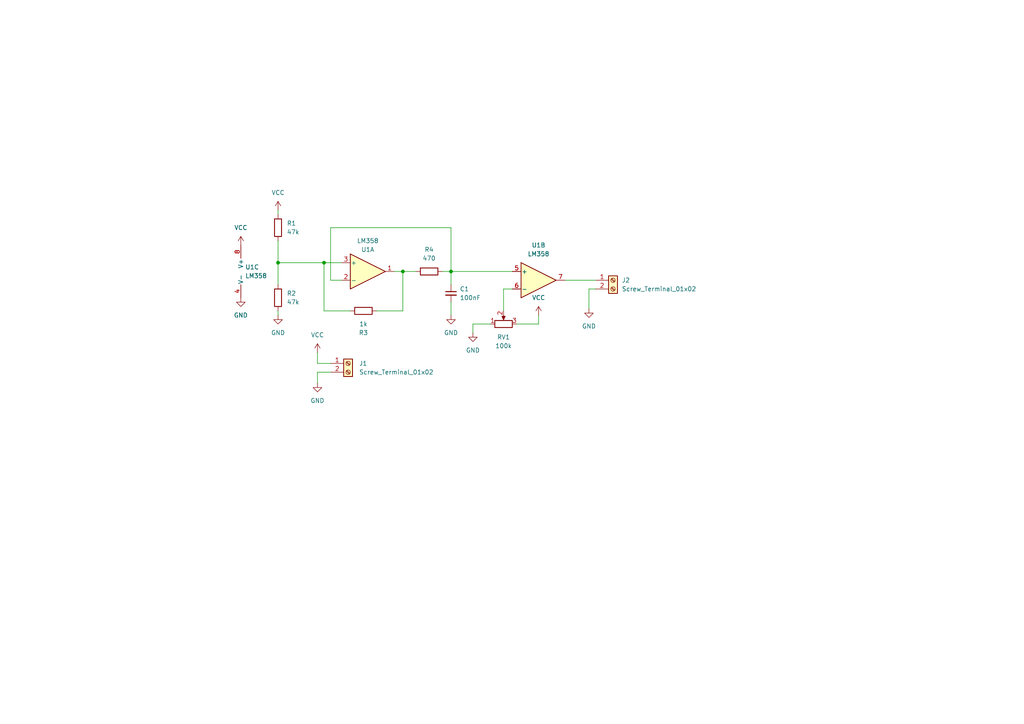
<source format=kicad_sch>
(kicad_sch (version 20211123) (generator eeschema)

  (uuid e63e39d7-6ac0-4ffd-8aa3-1841a4541b55)

  (paper "A4")

  (lib_symbols
    (symbol "Amplifier_Operational:LM358" (pin_names (offset 0.127)) (in_bom yes) (on_board yes)
      (property "Reference" "U" (id 0) (at 0 5.08 0)
        (effects (font (size 1.27 1.27)) (justify left))
      )
      (property "Value" "LM358" (id 1) (at 0 -5.08 0)
        (effects (font (size 1.27 1.27)) (justify left))
      )
      (property "Footprint" "" (id 2) (at 0 0 0)
        (effects (font (size 1.27 1.27)) hide)
      )
      (property "Datasheet" "http://www.ti.com/lit/ds/symlink/lm2904-n.pdf" (id 3) (at 0 0 0)
        (effects (font (size 1.27 1.27)) hide)
      )
      (property "ki_locked" "" (id 4) (at 0 0 0)
        (effects (font (size 1.27 1.27)))
      )
      (property "ki_keywords" "dual opamp" (id 5) (at 0 0 0)
        (effects (font (size 1.27 1.27)) hide)
      )
      (property "ki_description" "Low-Power, Dual Operational Amplifiers, DIP-8/SOIC-8/TO-99-8" (id 6) (at 0 0 0)
        (effects (font (size 1.27 1.27)) hide)
      )
      (property "ki_fp_filters" "SOIC*3.9x4.9mm*P1.27mm* DIP*W7.62mm* TO*99* OnSemi*Micro8* TSSOP*3x3mm*P0.65mm* TSSOP*4.4x3mm*P0.65mm* MSOP*3x3mm*P0.65mm* SSOP*3.9x4.9mm*P0.635mm* LFCSP*2x2mm*P0.5mm* *SIP* SOIC*5.3x6.2mm*P1.27mm*" (id 7) (at 0 0 0)
        (effects (font (size 1.27 1.27)) hide)
      )
      (symbol "LM358_1_1"
        (polyline
          (pts
            (xy -5.08 5.08)
            (xy 5.08 0)
            (xy -5.08 -5.08)
            (xy -5.08 5.08)
          )
          (stroke (width 0.254) (type default) (color 0 0 0 0))
          (fill (type background))
        )
        (pin output line (at 7.62 0 180) (length 2.54)
          (name "~" (effects (font (size 1.27 1.27))))
          (number "1" (effects (font (size 1.27 1.27))))
        )
        (pin input line (at -7.62 -2.54 0) (length 2.54)
          (name "-" (effects (font (size 1.27 1.27))))
          (number "2" (effects (font (size 1.27 1.27))))
        )
        (pin input line (at -7.62 2.54 0) (length 2.54)
          (name "+" (effects (font (size 1.27 1.27))))
          (number "3" (effects (font (size 1.27 1.27))))
        )
      )
      (symbol "LM358_2_1"
        (polyline
          (pts
            (xy -5.08 5.08)
            (xy 5.08 0)
            (xy -5.08 -5.08)
            (xy -5.08 5.08)
          )
          (stroke (width 0.254) (type default) (color 0 0 0 0))
          (fill (type background))
        )
        (pin input line (at -7.62 2.54 0) (length 2.54)
          (name "+" (effects (font (size 1.27 1.27))))
          (number "5" (effects (font (size 1.27 1.27))))
        )
        (pin input line (at -7.62 -2.54 0) (length 2.54)
          (name "-" (effects (font (size 1.27 1.27))))
          (number "6" (effects (font (size 1.27 1.27))))
        )
        (pin output line (at 7.62 0 180) (length 2.54)
          (name "~" (effects (font (size 1.27 1.27))))
          (number "7" (effects (font (size 1.27 1.27))))
        )
      )
      (symbol "LM358_3_1"
        (pin power_in line (at -2.54 -7.62 90) (length 3.81)
          (name "V-" (effects (font (size 1.27 1.27))))
          (number "4" (effects (font (size 1.27 1.27))))
        )
        (pin power_in line (at -2.54 7.62 270) (length 3.81)
          (name "V+" (effects (font (size 1.27 1.27))))
          (number "8" (effects (font (size 1.27 1.27))))
        )
      )
    )
    (symbol "Connector:Screw_Terminal_01x02" (pin_names (offset 1.016) hide) (in_bom yes) (on_board yes)
      (property "Reference" "J" (id 0) (at 0 2.54 0)
        (effects (font (size 1.27 1.27)))
      )
      (property "Value" "Screw_Terminal_01x02" (id 1) (at 0 -5.08 0)
        (effects (font (size 1.27 1.27)))
      )
      (property "Footprint" "" (id 2) (at 0 0 0)
        (effects (font (size 1.27 1.27)) hide)
      )
      (property "Datasheet" "~" (id 3) (at 0 0 0)
        (effects (font (size 1.27 1.27)) hide)
      )
      (property "ki_keywords" "screw terminal" (id 4) (at 0 0 0)
        (effects (font (size 1.27 1.27)) hide)
      )
      (property "ki_description" "Generic screw terminal, single row, 01x02, script generated (kicad-library-utils/schlib/autogen/connector/)" (id 5) (at 0 0 0)
        (effects (font (size 1.27 1.27)) hide)
      )
      (property "ki_fp_filters" "TerminalBlock*:*" (id 6) (at 0 0 0)
        (effects (font (size 1.27 1.27)) hide)
      )
      (symbol "Screw_Terminal_01x02_1_1"
        (rectangle (start -1.27 1.27) (end 1.27 -3.81)
          (stroke (width 0.254) (type default) (color 0 0 0 0))
          (fill (type background))
        )
        (circle (center 0 -2.54) (radius 0.635)
          (stroke (width 0.1524) (type default) (color 0 0 0 0))
          (fill (type none))
        )
        (polyline
          (pts
            (xy -0.5334 -2.2098)
            (xy 0.3302 -3.048)
          )
          (stroke (width 0.1524) (type default) (color 0 0 0 0))
          (fill (type none))
        )
        (polyline
          (pts
            (xy -0.5334 0.3302)
            (xy 0.3302 -0.508)
          )
          (stroke (width 0.1524) (type default) (color 0 0 0 0))
          (fill (type none))
        )
        (polyline
          (pts
            (xy -0.3556 -2.032)
            (xy 0.508 -2.8702)
          )
          (stroke (width 0.1524) (type default) (color 0 0 0 0))
          (fill (type none))
        )
        (polyline
          (pts
            (xy -0.3556 0.508)
            (xy 0.508 -0.3302)
          )
          (stroke (width 0.1524) (type default) (color 0 0 0 0))
          (fill (type none))
        )
        (circle (center 0 0) (radius 0.635)
          (stroke (width 0.1524) (type default) (color 0 0 0 0))
          (fill (type none))
        )
        (pin passive line (at -5.08 0 0) (length 3.81)
          (name "Pin_1" (effects (font (size 1.27 1.27))))
          (number "1" (effects (font (size 1.27 1.27))))
        )
        (pin passive line (at -5.08 -2.54 0) (length 3.81)
          (name "Pin_2" (effects (font (size 1.27 1.27))))
          (number "2" (effects (font (size 1.27 1.27))))
        )
      )
    )
    (symbol "Device:C_Small" (pin_numbers hide) (pin_names (offset 0.254) hide) (in_bom yes) (on_board yes)
      (property "Reference" "C" (id 0) (at 0.254 1.778 0)
        (effects (font (size 1.27 1.27)) (justify left))
      )
      (property "Value" "C_Small" (id 1) (at 0.254 -2.032 0)
        (effects (font (size 1.27 1.27)) (justify left))
      )
      (property "Footprint" "" (id 2) (at 0 0 0)
        (effects (font (size 1.27 1.27)) hide)
      )
      (property "Datasheet" "~" (id 3) (at 0 0 0)
        (effects (font (size 1.27 1.27)) hide)
      )
      (property "ki_keywords" "capacitor cap" (id 4) (at 0 0 0)
        (effects (font (size 1.27 1.27)) hide)
      )
      (property "ki_description" "Unpolarized capacitor, small symbol" (id 5) (at 0 0 0)
        (effects (font (size 1.27 1.27)) hide)
      )
      (property "ki_fp_filters" "C_*" (id 6) (at 0 0 0)
        (effects (font (size 1.27 1.27)) hide)
      )
      (symbol "C_Small_0_1"
        (polyline
          (pts
            (xy -1.524 -0.508)
            (xy 1.524 -0.508)
          )
          (stroke (width 0.3302) (type default) (color 0 0 0 0))
          (fill (type none))
        )
        (polyline
          (pts
            (xy -1.524 0.508)
            (xy 1.524 0.508)
          )
          (stroke (width 0.3048) (type default) (color 0 0 0 0))
          (fill (type none))
        )
      )
      (symbol "C_Small_1_1"
        (pin passive line (at 0 2.54 270) (length 2.032)
          (name "~" (effects (font (size 1.27 1.27))))
          (number "1" (effects (font (size 1.27 1.27))))
        )
        (pin passive line (at 0 -2.54 90) (length 2.032)
          (name "~" (effects (font (size 1.27 1.27))))
          (number "2" (effects (font (size 1.27 1.27))))
        )
      )
    )
    (symbol "Device:R" (pin_numbers hide) (pin_names (offset 0)) (in_bom yes) (on_board yes)
      (property "Reference" "R" (id 0) (at 2.032 0 90)
        (effects (font (size 1.27 1.27)))
      )
      (property "Value" "R" (id 1) (at 0 0 90)
        (effects (font (size 1.27 1.27)))
      )
      (property "Footprint" "" (id 2) (at -1.778 0 90)
        (effects (font (size 1.27 1.27)) hide)
      )
      (property "Datasheet" "~" (id 3) (at 0 0 0)
        (effects (font (size 1.27 1.27)) hide)
      )
      (property "ki_keywords" "R res resistor" (id 4) (at 0 0 0)
        (effects (font (size 1.27 1.27)) hide)
      )
      (property "ki_description" "Resistor" (id 5) (at 0 0 0)
        (effects (font (size 1.27 1.27)) hide)
      )
      (property "ki_fp_filters" "R_*" (id 6) (at 0 0 0)
        (effects (font (size 1.27 1.27)) hide)
      )
      (symbol "R_0_1"
        (rectangle (start -1.016 -2.54) (end 1.016 2.54)
          (stroke (width 0.254) (type default) (color 0 0 0 0))
          (fill (type none))
        )
      )
      (symbol "R_1_1"
        (pin passive line (at 0 3.81 270) (length 1.27)
          (name "~" (effects (font (size 1.27 1.27))))
          (number "1" (effects (font (size 1.27 1.27))))
        )
        (pin passive line (at 0 -3.81 90) (length 1.27)
          (name "~" (effects (font (size 1.27 1.27))))
          (number "2" (effects (font (size 1.27 1.27))))
        )
      )
    )
    (symbol "Device:R_Potentiometer" (pin_names (offset 1.016) hide) (in_bom yes) (on_board yes)
      (property "Reference" "RV" (id 0) (at -4.445 0 90)
        (effects (font (size 1.27 1.27)))
      )
      (property "Value" "R_Potentiometer" (id 1) (at -2.54 0 90)
        (effects (font (size 1.27 1.27)))
      )
      (property "Footprint" "" (id 2) (at 0 0 0)
        (effects (font (size 1.27 1.27)) hide)
      )
      (property "Datasheet" "~" (id 3) (at 0 0 0)
        (effects (font (size 1.27 1.27)) hide)
      )
      (property "ki_keywords" "resistor variable" (id 4) (at 0 0 0)
        (effects (font (size 1.27 1.27)) hide)
      )
      (property "ki_description" "Potentiometer" (id 5) (at 0 0 0)
        (effects (font (size 1.27 1.27)) hide)
      )
      (property "ki_fp_filters" "Potentiometer*" (id 6) (at 0 0 0)
        (effects (font (size 1.27 1.27)) hide)
      )
      (symbol "R_Potentiometer_0_1"
        (polyline
          (pts
            (xy 2.54 0)
            (xy 1.524 0)
          )
          (stroke (width 0) (type default) (color 0 0 0 0))
          (fill (type none))
        )
        (polyline
          (pts
            (xy 1.143 0)
            (xy 2.286 0.508)
            (xy 2.286 -0.508)
            (xy 1.143 0)
          )
          (stroke (width 0) (type default) (color 0 0 0 0))
          (fill (type outline))
        )
        (rectangle (start 1.016 2.54) (end -1.016 -2.54)
          (stroke (width 0.254) (type default) (color 0 0 0 0))
          (fill (type none))
        )
      )
      (symbol "R_Potentiometer_1_1"
        (pin passive line (at 0 3.81 270) (length 1.27)
          (name "1" (effects (font (size 1.27 1.27))))
          (number "1" (effects (font (size 1.27 1.27))))
        )
        (pin passive line (at 3.81 0 180) (length 1.27)
          (name "2" (effects (font (size 1.27 1.27))))
          (number "2" (effects (font (size 1.27 1.27))))
        )
        (pin passive line (at 0 -3.81 90) (length 1.27)
          (name "3" (effects (font (size 1.27 1.27))))
          (number "3" (effects (font (size 1.27 1.27))))
        )
      )
    )
    (symbol "power:GND" (power) (pin_names (offset 0)) (in_bom yes) (on_board yes)
      (property "Reference" "#PWR" (id 0) (at 0 -6.35 0)
        (effects (font (size 1.27 1.27)) hide)
      )
      (property "Value" "GND" (id 1) (at 0 -3.81 0)
        (effects (font (size 1.27 1.27)))
      )
      (property "Footprint" "" (id 2) (at 0 0 0)
        (effects (font (size 1.27 1.27)) hide)
      )
      (property "Datasheet" "" (id 3) (at 0 0 0)
        (effects (font (size 1.27 1.27)) hide)
      )
      (property "ki_keywords" "power-flag" (id 4) (at 0 0 0)
        (effects (font (size 1.27 1.27)) hide)
      )
      (property "ki_description" "Power symbol creates a global label with name \"GND\" , ground" (id 5) (at 0 0 0)
        (effects (font (size 1.27 1.27)) hide)
      )
      (symbol "GND_0_1"
        (polyline
          (pts
            (xy 0 0)
            (xy 0 -1.27)
            (xy 1.27 -1.27)
            (xy 0 -2.54)
            (xy -1.27 -1.27)
            (xy 0 -1.27)
          )
          (stroke (width 0) (type default) (color 0 0 0 0))
          (fill (type none))
        )
      )
      (symbol "GND_1_1"
        (pin power_in line (at 0 0 270) (length 0) hide
          (name "GND" (effects (font (size 1.27 1.27))))
          (number "1" (effects (font (size 1.27 1.27))))
        )
      )
    )
    (symbol "power:VCC" (power) (pin_names (offset 0)) (in_bom yes) (on_board yes)
      (property "Reference" "#PWR" (id 0) (at 0 -3.81 0)
        (effects (font (size 1.27 1.27)) hide)
      )
      (property "Value" "VCC" (id 1) (at 0 3.81 0)
        (effects (font (size 1.27 1.27)))
      )
      (property "Footprint" "" (id 2) (at 0 0 0)
        (effects (font (size 1.27 1.27)) hide)
      )
      (property "Datasheet" "" (id 3) (at 0 0 0)
        (effects (font (size 1.27 1.27)) hide)
      )
      (property "ki_keywords" "power-flag" (id 4) (at 0 0 0)
        (effects (font (size 1.27 1.27)) hide)
      )
      (property "ki_description" "Power symbol creates a global label with name \"VCC\"" (id 5) (at 0 0 0)
        (effects (font (size 1.27 1.27)) hide)
      )
      (symbol "VCC_0_1"
        (polyline
          (pts
            (xy -0.762 1.27)
            (xy 0 2.54)
          )
          (stroke (width 0) (type default) (color 0 0 0 0))
          (fill (type none))
        )
        (polyline
          (pts
            (xy 0 0)
            (xy 0 2.54)
          )
          (stroke (width 0) (type default) (color 0 0 0 0))
          (fill (type none))
        )
        (polyline
          (pts
            (xy 0 2.54)
            (xy 0.762 1.27)
          )
          (stroke (width 0) (type default) (color 0 0 0 0))
          (fill (type none))
        )
      )
      (symbol "VCC_1_1"
        (pin power_in line (at 0 0 90) (length 0) hide
          (name "VCC" (effects (font (size 1.27 1.27))))
          (number "1" (effects (font (size 1.27 1.27))))
        )
      )
    )
  )

  (junction (at 93.98 76.2) (diameter 0) (color 0 0 0 0)
    (uuid 01de4ba4-4783-47ce-9adf-6ca5a3aaa694)
  )
  (junction (at 130.81 78.74) (diameter 0) (color 0 0 0 0)
    (uuid 105531f3-413b-45fd-9d78-caa254e8943c)
  )
  (junction (at 116.84 78.74) (diameter 0) (color 0 0 0 0)
    (uuid 19b1241f-7736-41ff-b683-ee92a6b5d12b)
  )
  (junction (at 80.645 76.2) (diameter 0) (color 0 0 0 0)
    (uuid 356c4287-3dad-40f8-97c9-af5cd1eb4fc2)
  )

  (wire (pts (xy 149.86 93.98) (xy 156.21 93.98))
    (stroke (width 0) (type default) (color 0 0 0 0))
    (uuid 00028951-7bdb-4ce0-9417-e89df2bb7b07)
  )
  (wire (pts (xy 146.05 83.82) (xy 148.59 83.82))
    (stroke (width 0) (type default) (color 0 0 0 0))
    (uuid 1c537da4-4239-4070-96fc-bf4526c5c4c9)
  )
  (wire (pts (xy 137.16 93.98) (xy 142.24 93.98))
    (stroke (width 0) (type default) (color 0 0 0 0))
    (uuid 1cabc560-7cc3-4f8e-a8cf-79e396a33b79)
  )
  (wire (pts (xy 130.81 78.74) (xy 148.59 78.74))
    (stroke (width 0) (type default) (color 0 0 0 0))
    (uuid 240efec3-485e-4e75-94d6-d54c97e95621)
  )
  (wire (pts (xy 114.3 78.74) (xy 116.84 78.74))
    (stroke (width 0) (type default) (color 0 0 0 0))
    (uuid 2d323fac-1793-48a6-b331-efd16d02b62a)
  )
  (wire (pts (xy 99.06 81.28) (xy 95.885 81.28))
    (stroke (width 0) (type default) (color 0 0 0 0))
    (uuid 3174137f-df58-47f4-b4e0-cbaff69b14f2)
  )
  (wire (pts (xy 80.645 76.2) (xy 80.645 82.55))
    (stroke (width 0) (type default) (color 0 0 0 0))
    (uuid 45e078b8-375c-4767-8d91-3035f920d02b)
  )
  (wire (pts (xy 95.885 81.28) (xy 95.885 66.04))
    (stroke (width 0) (type default) (color 0 0 0 0))
    (uuid 4aaae322-af46-403e-a193-1b7a15f13f7f)
  )
  (wire (pts (xy 116.84 78.74) (xy 120.65 78.74))
    (stroke (width 0) (type default) (color 0 0 0 0))
    (uuid 500b8de0-a5e3-4d03-a680-9979014a4d42)
  )
  (wire (pts (xy 80.645 90.17) (xy 80.645 91.44))
    (stroke (width 0) (type default) (color 0 0 0 0))
    (uuid 548be7ff-f269-414a-a6aa-3bdb725138e6)
  )
  (wire (pts (xy 116.84 90.17) (xy 109.22 90.17))
    (stroke (width 0) (type default) (color 0 0 0 0))
    (uuid 6db3b67a-02c2-4e0a-a3c4-a5224ca5fb67)
  )
  (wire (pts (xy 163.83 81.28) (xy 172.72 81.28))
    (stroke (width 0) (type default) (color 0 0 0 0))
    (uuid 74a492f0-81f7-410a-80b9-de6c2180c682)
  )
  (wire (pts (xy 170.815 83.82) (xy 172.72 83.82))
    (stroke (width 0) (type default) (color 0 0 0 0))
    (uuid 787fe404-bfef-4411-94f8-ff72d0eec98c)
  )
  (wire (pts (xy 92.075 102.235) (xy 92.075 105.41))
    (stroke (width 0) (type default) (color 0 0 0 0))
    (uuid 81428857-5563-4f54-bb0b-7627a0deeae3)
  )
  (wire (pts (xy 130.81 82.55) (xy 130.81 78.74))
    (stroke (width 0) (type default) (color 0 0 0 0))
    (uuid 8bd7f9e1-b3e9-4ee0-bd76-e6a23e0372fb)
  )
  (wire (pts (xy 95.885 107.95) (xy 92.075 107.95))
    (stroke (width 0) (type default) (color 0 0 0 0))
    (uuid 8cb38116-c43d-42a9-b44a-52932123e352)
  )
  (wire (pts (xy 130.81 66.04) (xy 130.81 78.74))
    (stroke (width 0) (type default) (color 0 0 0 0))
    (uuid 8ed91cdd-3dcb-405d-ae04-e828a828fe66)
  )
  (wire (pts (xy 80.645 60.96) (xy 80.645 62.23))
    (stroke (width 0) (type default) (color 0 0 0 0))
    (uuid 9627a8da-364d-4259-b6b8-2673e9933812)
  )
  (wire (pts (xy 80.645 76.2) (xy 93.98 76.2))
    (stroke (width 0) (type default) (color 0 0 0 0))
    (uuid aea0124e-eff1-4bf0-9962-aa233c46d81a)
  )
  (wire (pts (xy 93.98 76.2) (xy 93.98 90.17))
    (stroke (width 0) (type default) (color 0 0 0 0))
    (uuid af0b7219-6b03-4ed2-bd95-069e8c6e843f)
  )
  (wire (pts (xy 80.645 69.85) (xy 80.645 76.2))
    (stroke (width 0) (type default) (color 0 0 0 0))
    (uuid b3417b89-6cab-49c1-941e-807e3a491272)
  )
  (wire (pts (xy 92.075 107.95) (xy 92.075 111.125))
    (stroke (width 0) (type default) (color 0 0 0 0))
    (uuid b7405ec0-fcea-4856-987a-38c58c9d4c16)
  )
  (wire (pts (xy 95.885 66.04) (xy 130.81 66.04))
    (stroke (width 0) (type default) (color 0 0 0 0))
    (uuid b916b656-6490-44d8-ba47-daa8cc2b30e1)
  )
  (wire (pts (xy 137.16 96.52) (xy 137.16 93.98))
    (stroke (width 0) (type default) (color 0 0 0 0))
    (uuid d0e725ea-0733-4bc0-a1e1-81b399c8aa63)
  )
  (wire (pts (xy 93.98 76.2) (xy 99.06 76.2))
    (stroke (width 0) (type default) (color 0 0 0 0))
    (uuid d11222b4-d7b9-43ee-8e62-1bffa28b1d7b)
  )
  (wire (pts (xy 156.21 93.98) (xy 156.21 91.44))
    (stroke (width 0) (type default) (color 0 0 0 0))
    (uuid d31d13c1-6707-4438-a068-e4f43af3be28)
  )
  (wire (pts (xy 92.075 105.41) (xy 95.885 105.41))
    (stroke (width 0) (type default) (color 0 0 0 0))
    (uuid d82e96d0-e481-4bd5-8544-6061ab572f02)
  )
  (wire (pts (xy 170.815 89.535) (xy 170.815 83.82))
    (stroke (width 0) (type default) (color 0 0 0 0))
    (uuid dd25d964-e865-42e7-8ad7-bf5fa7f0278a)
  )
  (wire (pts (xy 128.27 78.74) (xy 130.81 78.74))
    (stroke (width 0) (type default) (color 0 0 0 0))
    (uuid e02ac25b-743f-46de-ab01-7e21e4eb3b9f)
  )
  (wire (pts (xy 101.6 90.17) (xy 93.98 90.17))
    (stroke (width 0) (type default) (color 0 0 0 0))
    (uuid e2dc44ca-80a0-42a7-be40-1a565e9b2d48)
  )
  (wire (pts (xy 146.05 90.17) (xy 146.05 83.82))
    (stroke (width 0) (type default) (color 0 0 0 0))
    (uuid e602b1dc-9cce-4790-bc35-72302012b946)
  )
  (wire (pts (xy 116.84 90.17) (xy 116.84 78.74))
    (stroke (width 0) (type default) (color 0 0 0 0))
    (uuid ec8afcc8-9b03-487a-ad4b-980f6d399168)
  )
  (wire (pts (xy 130.81 87.63) (xy 130.81 91.44))
    (stroke (width 0) (type default) (color 0 0 0 0))
    (uuid eef78ae0-346c-41d7-802e-11a4c2248e2d)
  )

  (symbol (lib_id "power:GND") (at 130.81 91.44 0) (unit 1)
    (in_bom yes) (on_board yes) (fields_autoplaced)
    (uuid 0c845fc9-7658-4652-af7e-e4ca1b851eb3)
    (property "Reference" "#PWR0101" (id 0) (at 130.81 97.79 0)
      (effects (font (size 1.27 1.27)) hide)
    )
    (property "Value" "GND" (id 1) (at 130.81 96.52 0))
    (property "Footprint" "" (id 2) (at 130.81 91.44 0)
      (effects (font (size 1.27 1.27)) hide)
    )
    (property "Datasheet" "" (id 3) (at 130.81 91.44 0)
      (effects (font (size 1.27 1.27)) hide)
    )
    (pin "1" (uuid a970a7de-87f7-4442-a266-d08deb9a3533))
  )

  (symbol (lib_id "Connector:Screw_Terminal_01x02") (at 177.8 81.28 0) (unit 1)
    (in_bom yes) (on_board yes) (fields_autoplaced)
    (uuid 13666891-0874-46d5-8b1f-5f8a3d2e3667)
    (property "Reference" "J2" (id 0) (at 180.34 81.2799 0)
      (effects (font (size 1.27 1.27)) (justify left))
    )
    (property "Value" "" (id 1) (at 180.34 83.8199 0)
      (effects (font (size 1.27 1.27)) (justify left))
    )
    (property "Footprint" "" (id 2) (at 177.8 81.28 0)
      (effects (font (size 1.27 1.27)) hide)
    )
    (property "Datasheet" "~" (id 3) (at 177.8 81.28 0)
      (effects (font (size 1.27 1.27)) hide)
    )
    (pin "1" (uuid 3b372845-4759-42d5-830a-f270191537ca))
    (pin "2" (uuid d81eea24-2b7b-4a6a-8089-0a0a2675bce1))
  )

  (symbol (lib_id "Device:C_Small") (at 130.81 85.09 0) (unit 1)
    (in_bom yes) (on_board yes) (fields_autoplaced)
    (uuid 17c31ee7-0c6d-407e-8825-d28d372c3a5c)
    (property "Reference" "C1" (id 0) (at 133.35 83.8262 0)
      (effects (font (size 1.27 1.27)) (justify left))
    )
    (property "Value" "100nF" (id 1) (at 133.35 86.3662 0)
      (effects (font (size 1.27 1.27)) (justify left))
    )
    (property "Footprint" "Capacitor_SMD:C_1206_3216Metric" (id 2) (at 130.81 85.09 0)
      (effects (font (size 1.27 1.27)) hide)
    )
    (property "Datasheet" "~" (id 3) (at 130.81 85.09 0)
      (effects (font (size 1.27 1.27)) hide)
    )
    (pin "1" (uuid b91807bc-4578-4050-aa86-30dea10112d0))
    (pin "2" (uuid 44da3d68-66bc-4564-a723-6fe6d8513471))
  )

  (symbol (lib_id "Device:R_Potentiometer") (at 146.05 93.98 90) (unit 1)
    (in_bom yes) (on_board yes) (fields_autoplaced)
    (uuid 1950a801-4027-4139-9987-4ddec6b58bde)
    (property "Reference" "RV1" (id 0) (at 146.05 97.79 90))
    (property "Value" "100k" (id 1) (at 146.05 100.33 90))
    (property "Footprint" "custom:medium_pot" (id 2) (at 146.05 93.98 0)
      (effects (font (size 1.27 1.27)) hide)
    )
    (property "Datasheet" "~" (id 3) (at 146.05 93.98 0)
      (effects (font (size 1.27 1.27)) hide)
    )
    (pin "1" (uuid 54547cd7-18eb-4026-af3a-4aa8922db5fb))
    (pin "2" (uuid 7bb15da3-6c2d-4312-94d0-c17b3e72fc45))
    (pin "3" (uuid a68b39d4-a565-4f51-8f42-8097ef7a4f51))
  )

  (symbol (lib_id "Device:R") (at 80.645 86.36 0) (unit 1)
    (in_bom yes) (on_board yes) (fields_autoplaced)
    (uuid 337a903e-e325-4bb4-908a-6753459a3eff)
    (property "Reference" "R2" (id 0) (at 83.185 85.0899 0)
      (effects (font (size 1.27 1.27)) (justify left))
    )
    (property "Value" "47k" (id 1) (at 83.185 87.6299 0)
      (effects (font (size 1.27 1.27)) (justify left))
    )
    (property "Footprint" "Resistor_SMD:R_1206_3216Metric" (id 2) (at 78.867 86.36 90)
      (effects (font (size 1.27 1.27)) hide)
    )
    (property "Datasheet" "~" (id 3) (at 80.645 86.36 0)
      (effects (font (size 1.27 1.27)) hide)
    )
    (pin "1" (uuid a21b1432-5e32-4838-a1b3-1e3bec3e0dd9))
    (pin "2" (uuid a91947f5-a15c-48e7-8465-9730ef96c765))
  )

  (symbol (lib_id "power:VCC") (at 69.85 71.12 0) (unit 1)
    (in_bom yes) (on_board yes) (fields_autoplaced)
    (uuid 377d6a83-63aa-4025-bd72-35a60c353c81)
    (property "Reference" "#PWR0106" (id 0) (at 69.85 74.93 0)
      (effects (font (size 1.27 1.27)) hide)
    )
    (property "Value" "VCC" (id 1) (at 69.85 66.04 0))
    (property "Footprint" "" (id 2) (at 69.85 71.12 0)
      (effects (font (size 1.27 1.27)) hide)
    )
    (property "Datasheet" "" (id 3) (at 69.85 71.12 0)
      (effects (font (size 1.27 1.27)) hide)
    )
    (pin "1" (uuid efae5070-e989-4bf5-a5ca-2e592a9d7ded))
  )

  (symbol (lib_id "Device:R") (at 80.645 66.04 0) (unit 1)
    (in_bom yes) (on_board yes) (fields_autoplaced)
    (uuid 5004c2c9-9fe6-4a12-9275-1e2257fa9a1b)
    (property "Reference" "R1" (id 0) (at 83.185 64.7699 0)
      (effects (font (size 1.27 1.27)) (justify left))
    )
    (property "Value" "47k" (id 1) (at 83.185 67.3099 0)
      (effects (font (size 1.27 1.27)) (justify left))
    )
    (property "Footprint" "Resistor_SMD:R_1206_3216Metric" (id 2) (at 78.867 66.04 90)
      (effects (font (size 1.27 1.27)) hide)
    )
    (property "Datasheet" "~" (id 3) (at 80.645 66.04 0)
      (effects (font (size 1.27 1.27)) hide)
    )
    (pin "1" (uuid dcede773-9283-4e92-8212-3225fc046b21))
    (pin "2" (uuid b11c67b2-038f-40a9-b27d-c944dd1fa9df))
  )

  (symbol (lib_id "power:VCC") (at 92.075 102.235 0) (unit 1)
    (in_bom yes) (on_board yes) (fields_autoplaced)
    (uuid 5893ad85-15d5-4729-ad3f-93eabbb5bf53)
    (property "Reference" "#PWR?" (id 0) (at 92.075 106.045 0)
      (effects (font (size 1.27 1.27)) hide)
    )
    (property "Value" "VCC" (id 1) (at 92.075 97.155 0))
    (property "Footprint" "" (id 2) (at 92.075 102.235 0)
      (effects (font (size 1.27 1.27)) hide)
    )
    (property "Datasheet" "" (id 3) (at 92.075 102.235 0)
      (effects (font (size 1.27 1.27)) hide)
    )
    (pin "1" (uuid f1861d07-06e6-449a-80b2-703f1a4fda29))
  )

  (symbol (lib_id "power:VCC") (at 80.645 60.96 0) (unit 1)
    (in_bom yes) (on_board yes) (fields_autoplaced)
    (uuid 5dd4c4af-b024-4f0e-aa30-9ad0dab924ec)
    (property "Reference" "#PWR0105" (id 0) (at 80.645 64.77 0)
      (effects (font (size 1.27 1.27)) hide)
    )
    (property "Value" "VCC" (id 1) (at 80.645 55.88 0))
    (property "Footprint" "" (id 2) (at 80.645 60.96 0)
      (effects (font (size 1.27 1.27)) hide)
    )
    (property "Datasheet" "" (id 3) (at 80.645 60.96 0)
      (effects (font (size 1.27 1.27)) hide)
    )
    (pin "1" (uuid c8391c5c-d809-4916-90c5-6ae8b29f5c89))
  )

  (symbol (lib_id "power:GND") (at 69.85 86.36 0) (unit 1)
    (in_bom yes) (on_board yes) (fields_autoplaced)
    (uuid 6391d1c7-f9bf-4d3b-a5cd-58efbcd7c9de)
    (property "Reference" "#PWR0104" (id 0) (at 69.85 92.71 0)
      (effects (font (size 1.27 1.27)) hide)
    )
    (property "Value" "GND" (id 1) (at 69.85 91.44 0))
    (property "Footprint" "" (id 2) (at 69.85 86.36 0)
      (effects (font (size 1.27 1.27)) hide)
    )
    (property "Datasheet" "" (id 3) (at 69.85 86.36 0)
      (effects (font (size 1.27 1.27)) hide)
    )
    (pin "1" (uuid cc53be5c-da58-4b38-9112-a7c04b9327af))
  )

  (symbol (lib_id "power:GND") (at 170.815 89.535 0) (unit 1)
    (in_bom yes) (on_board yes) (fields_autoplaced)
    (uuid 707c7fd2-b6ba-45a5-867e-730b17167bc9)
    (property "Reference" "#PWR?" (id 0) (at 170.815 95.885 0)
      (effects (font (size 1.27 1.27)) hide)
    )
    (property "Value" "GND" (id 1) (at 170.815 94.615 0))
    (property "Footprint" "" (id 2) (at 170.815 89.535 0)
      (effects (font (size 1.27 1.27)) hide)
    )
    (property "Datasheet" "" (id 3) (at 170.815 89.535 0)
      (effects (font (size 1.27 1.27)) hide)
    )
    (pin "1" (uuid 8c4dc200-818d-4ced-90f0-c4a2c42341be))
  )

  (symbol (lib_id "power:VCC") (at 156.21 91.44 0) (unit 1)
    (in_bom yes) (on_board yes) (fields_autoplaced)
    (uuid 744b4d8f-f27a-401f-94ac-7aa09acf4fd3)
    (property "Reference" "#PWR0107" (id 0) (at 156.21 95.25 0)
      (effects (font (size 1.27 1.27)) hide)
    )
    (property "Value" "VCC" (id 1) (at 156.21 86.36 0))
    (property "Footprint" "" (id 2) (at 156.21 91.44 0)
      (effects (font (size 1.27 1.27)) hide)
    )
    (property "Datasheet" "" (id 3) (at 156.21 91.44 0)
      (effects (font (size 1.27 1.27)) hide)
    )
    (pin "1" (uuid cb63d2fa-118f-4e0f-886c-327d9974dc1e))
  )

  (symbol (lib_id "power:GND") (at 92.075 111.125 0) (unit 1)
    (in_bom yes) (on_board yes) (fields_autoplaced)
    (uuid 74f18821-c434-4be3-8235-a986d2676e1c)
    (property "Reference" "#PWR?" (id 0) (at 92.075 117.475 0)
      (effects (font (size 1.27 1.27)) hide)
    )
    (property "Value" "GND" (id 1) (at 92.075 116.205 0))
    (property "Footprint" "" (id 2) (at 92.075 111.125 0)
      (effects (font (size 1.27 1.27)) hide)
    )
    (property "Datasheet" "" (id 3) (at 92.075 111.125 0)
      (effects (font (size 1.27 1.27)) hide)
    )
    (pin "1" (uuid 0974317a-ab2b-4616-9921-844ab1f10928))
  )

  (symbol (lib_id "Device:R") (at 105.41 90.17 270) (unit 1)
    (in_bom yes) (on_board yes) (fields_autoplaced)
    (uuid 7f5be323-f1a1-4c54-9a9c-9614f1c4a049)
    (property "Reference" "R3" (id 0) (at 105.41 96.52 90))
    (property "Value" "1k" (id 1) (at 105.41 93.98 90))
    (property "Footprint" "Resistor_SMD:R_1206_3216Metric" (id 2) (at 105.41 88.392 90)
      (effects (font (size 1.27 1.27)) hide)
    )
    (property "Datasheet" "~" (id 3) (at 105.41 90.17 0)
      (effects (font (size 1.27 1.27)) hide)
    )
    (pin "1" (uuid 6595f21e-dade-4753-a6ea-c7b3b5f80465))
    (pin "2" (uuid b0c4829c-b9ca-439e-aca7-0677f65488a8))
  )

  (symbol (lib_id "power:GND") (at 137.16 96.52 0) (unit 1)
    (in_bom yes) (on_board yes) (fields_autoplaced)
    (uuid 97eed4f8-5892-48e9-bc0c-c4005771ce55)
    (property "Reference" "#PWR0102" (id 0) (at 137.16 102.87 0)
      (effects (font (size 1.27 1.27)) hide)
    )
    (property "Value" "GND" (id 1) (at 137.16 101.6 0))
    (property "Footprint" "" (id 2) (at 137.16 96.52 0)
      (effects (font (size 1.27 1.27)) hide)
    )
    (property "Datasheet" "" (id 3) (at 137.16 96.52 0)
      (effects (font (size 1.27 1.27)) hide)
    )
    (pin "1" (uuid 2dc8dc44-d0a0-4e36-bb4e-9c53238f6492))
  )

  (symbol (lib_id "Connector:Screw_Terminal_01x02") (at 100.965 105.41 0) (unit 1)
    (in_bom yes) (on_board yes) (fields_autoplaced)
    (uuid 9d785c27-c6b9-4bf1-b6f2-649a98ae94ae)
    (property "Reference" "J1" (id 0) (at 104.14 105.4099 0)
      (effects (font (size 1.27 1.27)) (justify left))
    )
    (property "Value" "" (id 1) (at 104.14 107.9499 0)
      (effects (font (size 1.27 1.27)) (justify left))
    )
    (property "Footprint" "" (id 2) (at 100.965 105.41 0)
      (effects (font (size 1.27 1.27)) hide)
    )
    (property "Datasheet" "~" (id 3) (at 100.965 105.41 0)
      (effects (font (size 1.27 1.27)) hide)
    )
    (pin "1" (uuid 4f14a1c9-8209-4492-bdc0-521ed4d8ea77))
    (pin "2" (uuid 7fc0cec9-7311-4415-9d07-3cbbe73965a0))
  )

  (symbol (lib_id "Amplifier_Operational:LM358") (at 106.68 78.74 0) (unit 1)
    (in_bom yes) (on_board yes)
    (uuid b25edb9d-bb03-4e75-a40b-623ddd163e24)
    (property "Reference" "U1" (id 0) (at 106.68 72.39 0))
    (property "Value" "LM358" (id 1) (at 106.68 69.85 0))
    (property "Footprint" "Package_DIP:DIP-8_W7.62mm_LongPads" (id 2) (at 106.68 78.74 0)
      (effects (font (size 1.27 1.27)) hide)
    )
    (property "Datasheet" "http://www.ti.com/lit/ds/symlink/lm2904-n.pdf" (id 3) (at 106.68 78.74 0)
      (effects (font (size 1.27 1.27)) hide)
    )
    (pin "1" (uuid 4cf19d8f-ca41-49ab-87c3-8375eb220775))
    (pin "2" (uuid 49dd41aa-f677-45d8-941f-226f9b63a72f))
    (pin "3" (uuid da24dc07-eed2-4940-92b1-4171ce93a6eb))
    (pin "5" (uuid a0ab9177-0e2f-40ac-818c-a802f61c017e))
    (pin "6" (uuid b7e9f297-3fb5-418f-84af-374d9e1234d2))
    (pin "7" (uuid ef6a70d3-add1-4d98-a58f-79ea51ef1e0c))
    (pin "4" (uuid 6a3f7144-558f-4a3c-a5c5-c74bbe8cbaf0))
    (pin "8" (uuid 185aac17-96a7-4ac3-861d-d0b921c4b0ba))
  )

  (symbol (lib_id "Amplifier_Operational:LM358") (at 72.39 78.74 0) (unit 3)
    (in_bom yes) (on_board yes)
    (uuid ba910aa5-1c14-49e2-8e02-8063979f6496)
    (property "Reference" "U1" (id 0) (at 71.12 77.4699 0)
      (effects (font (size 1.27 1.27)) (justify left))
    )
    (property "Value" "LM358" (id 1) (at 71.12 80.0099 0)
      (effects (font (size 1.27 1.27)) (justify left))
    )
    (property "Footprint" "Package_DIP:DIP-8_W7.62mm_LongPads" (id 2) (at 72.39 78.74 0)
      (effects (font (size 1.27 1.27)) hide)
    )
    (property "Datasheet" "http://www.ti.com/lit/ds/symlink/lm2904-n.pdf" (id 3) (at 72.39 78.74 0)
      (effects (font (size 1.27 1.27)) hide)
    )
    (pin "1" (uuid e5441b9b-23fb-4b9e-b72c-6c7a6ca8614d))
    (pin "2" (uuid 9ae7cfed-1027-4b6e-8f75-8f6e2e1a67f4))
    (pin "3" (uuid b58a7b9c-ad17-45e3-b88e-7f13c1337f60))
    (pin "5" (uuid 3dfe6e06-2202-4157-bc8a-3522e54ef3eb))
    (pin "6" (uuid b631e025-a8e2-4a19-bb6a-e279684a284c))
    (pin "7" (uuid 54052e69-eebf-4471-a198-82c77dc1d60f))
    (pin "4" (uuid f255db96-29d0-4680-8627-2238d36b7cb1))
    (pin "8" (uuid 6aa368e3-62ff-4ec4-825d-d1eafdd7705a))
  )

  (symbol (lib_id "Device:R") (at 124.46 78.74 90) (unit 1)
    (in_bom yes) (on_board yes) (fields_autoplaced)
    (uuid d39fe398-5096-475b-a0b3-0915bfbaabf6)
    (property "Reference" "R4" (id 0) (at 124.46 72.39 90))
    (property "Value" "470" (id 1) (at 124.46 74.93 90))
    (property "Footprint" "Resistor_SMD:R_1206_3216Metric" (id 2) (at 124.46 80.518 90)
      (effects (font (size 1.27 1.27)) hide)
    )
    (property "Datasheet" "~" (id 3) (at 124.46 78.74 0)
      (effects (font (size 1.27 1.27)) hide)
    )
    (pin "1" (uuid 33ee9c47-e96c-42e0-abbf-901f8dddf27f))
    (pin "2" (uuid b4ac3345-6acf-4538-9e5a-acb2ebd17dc9))
  )

  (symbol (lib_id "power:GND") (at 80.645 91.44 0) (unit 1)
    (in_bom yes) (on_board yes) (fields_autoplaced)
    (uuid d8c81834-35d4-42b6-bb2d-1028f3e275ff)
    (property "Reference" "#PWR0103" (id 0) (at 80.645 97.79 0)
      (effects (font (size 1.27 1.27)) hide)
    )
    (property "Value" "GND" (id 1) (at 80.645 96.52 0))
    (property "Footprint" "" (id 2) (at 80.645 91.44 0)
      (effects (font (size 1.27 1.27)) hide)
    )
    (property "Datasheet" "" (id 3) (at 80.645 91.44 0)
      (effects (font (size 1.27 1.27)) hide)
    )
    (pin "1" (uuid 0ed11af5-0934-43bf-b32a-17d5b78ef9bf))
  )

  (symbol (lib_id "Amplifier_Operational:LM358") (at 156.21 81.28 0) (unit 2)
    (in_bom yes) (on_board yes) (fields_autoplaced)
    (uuid f83b2011-56a4-4738-9759-82c041a54cd2)
    (property "Reference" "U1" (id 0) (at 156.21 71.12 0))
    (property "Value" "LM358" (id 1) (at 156.21 73.66 0))
    (property "Footprint" "Package_DIP:DIP-8_W7.62mm_LongPads" (id 2) (at 156.21 81.28 0)
      (effects (font (size 1.27 1.27)) hide)
    )
    (property "Datasheet" "http://www.ti.com/lit/ds/symlink/lm2904-n.pdf" (id 3) (at 156.21 81.28 0)
      (effects (font (size 1.27 1.27)) hide)
    )
    (pin "1" (uuid f3ed6b05-c44f-4a57-837e-a6bc9769f052))
    (pin "2" (uuid 01fdb066-a87f-469c-aedd-c6b50e49b8aa))
    (pin "3" (uuid a4311fa4-ba59-421f-b3c2-d5a599f12e31))
    (pin "5" (uuid be0f6ff5-89d1-4987-92dc-0284b6ca8ea9))
    (pin "6" (uuid 6ee24903-dd9c-4b80-9fbb-1ed43d5b5fed))
    (pin "7" (uuid 249b64a0-39fb-4071-b23e-bf9bccb7abc0))
    (pin "4" (uuid 4a1dbcb4-ac35-4d6f-afb3-f98894298a3b))
    (pin "8" (uuid 42e2a60f-6e29-48b6-9d39-3d8e5ec4e0cb))
  )

  (sheet_instances
    (path "/" (page "1"))
  )

  (symbol_instances
    (path "/0c845fc9-7658-4652-af7e-e4ca1b851eb3"
      (reference "#PWR0101") (unit 1) (value "GND") (footprint "")
    )
    (path "/97eed4f8-5892-48e9-bc0c-c4005771ce55"
      (reference "#PWR0102") (unit 1) (value "GND") (footprint "")
    )
    (path "/d8c81834-35d4-42b6-bb2d-1028f3e275ff"
      (reference "#PWR0103") (unit 1) (value "GND") (footprint "")
    )
    (path "/6391d1c7-f9bf-4d3b-a5cd-58efbcd7c9de"
      (reference "#PWR0104") (unit 1) (value "GND") (footprint "")
    )
    (path "/5dd4c4af-b024-4f0e-aa30-9ad0dab924ec"
      (reference "#PWR0105") (unit 1) (value "VCC") (footprint "")
    )
    (path "/377d6a83-63aa-4025-bd72-35a60c353c81"
      (reference "#PWR0106") (unit 1) (value "VCC") (footprint "")
    )
    (path "/744b4d8f-f27a-401f-94ac-7aa09acf4fd3"
      (reference "#PWR0107") (unit 1) (value "VCC") (footprint "")
    )
    (path "/5893ad85-15d5-4729-ad3f-93eabbb5bf53"
      (reference "#PWR?") (unit 1) (value "VCC") (footprint "")
    )
    (path "/707c7fd2-b6ba-45a5-867e-730b17167bc9"
      (reference "#PWR?") (unit 1) (value "GND") (footprint "")
    )
    (path "/74f18821-c434-4be3-8235-a986d2676e1c"
      (reference "#PWR?") (unit 1) (value "GND") (footprint "")
    )
    (path "/17c31ee7-0c6d-407e-8825-d28d372c3a5c"
      (reference "C1") (unit 1) (value "100nF") (footprint "Capacitor_SMD:C_1206_3216Metric")
    )
    (path "/9d785c27-c6b9-4bf1-b6f2-649a98ae94ae"
      (reference "J1") (unit 1) (value "Screw_Terminal_01x02") (footprint "custom:screw_terminal_small_P_3.5")
    )
    (path "/13666891-0874-46d5-8b1f-5f8a3d2e3667"
      (reference "J2") (unit 1) (value "Screw_Terminal_01x02") (footprint "custom:screw_terminal_small_P_3.5")
    )
    (path "/5004c2c9-9fe6-4a12-9275-1e2257fa9a1b"
      (reference "R1") (unit 1) (value "47k") (footprint "Resistor_SMD:R_1206_3216Metric")
    )
    (path "/337a903e-e325-4bb4-908a-6753459a3eff"
      (reference "R2") (unit 1) (value "47k") (footprint "Resistor_SMD:R_1206_3216Metric")
    )
    (path "/7f5be323-f1a1-4c54-9a9c-9614f1c4a049"
      (reference "R3") (unit 1) (value "1k") (footprint "Resistor_SMD:R_1206_3216Metric")
    )
    (path "/d39fe398-5096-475b-a0b3-0915bfbaabf6"
      (reference "R4") (unit 1) (value "470") (footprint "Resistor_SMD:R_1206_3216Metric")
    )
    (path "/1950a801-4027-4139-9987-4ddec6b58bde"
      (reference "RV1") (unit 1) (value "100k") (footprint "custom:medium_pot")
    )
    (path "/b25edb9d-bb03-4e75-a40b-623ddd163e24"
      (reference "U1") (unit 1) (value "LM358") (footprint "Package_DIP:DIP-8_W7.62mm_LongPads")
    )
    (path "/f83b2011-56a4-4738-9759-82c041a54cd2"
      (reference "U1") (unit 2) (value "LM358") (footprint "Package_DIP:DIP-8_W7.62mm_LongPads")
    )
    (path "/ba910aa5-1c14-49e2-8e02-8063979f6496"
      (reference "U1") (unit 3) (value "LM358") (footprint "Package_DIP:DIP-8_W7.62mm_LongPads")
    )
  )
)

</source>
